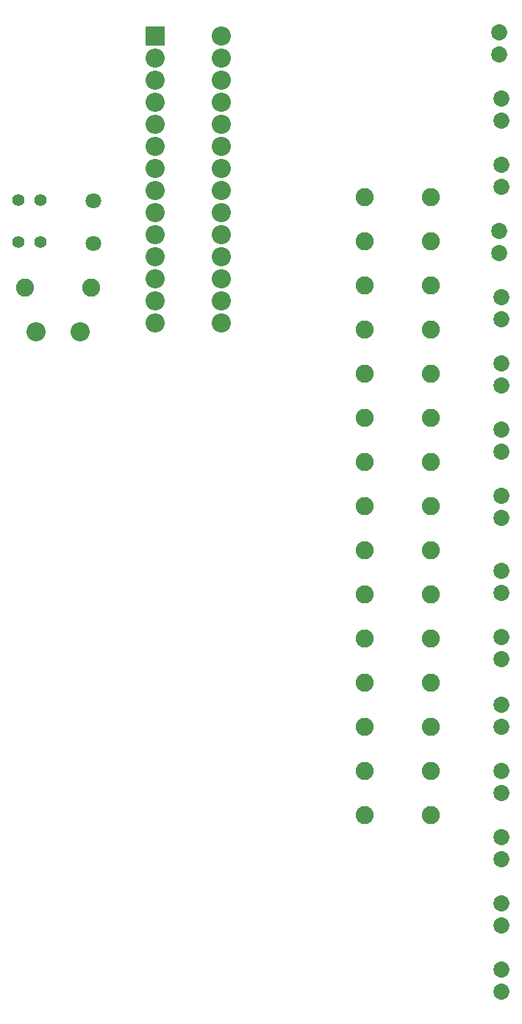
<source format=gts>
G04 ---------------------------- Layer name :TOP SOLDER LAYER*
G04 EasyEDA v5.8.20, Fri, 26 Oct 2018 20:07:39 GMT*
G04 Gerber Generator version 0.2*
G04 Scale: 100 percent, Rotated: No, Reflected: No *
G04 Dimensions in inches *
G04 leading zeros omitted , absolute positions ,2 integer and 4 decimal *
%FSLAX24Y24*%
%MOIN*%
G90*
G70D02*

%ADD21C,0.073000*%
%ADD22C,0.082000*%
%ADD23C,0.086740*%
%ADD24R,0.086740X0.086740*%
%ADD25C,0.055000*%
%ADD26C,0.070992*%

%LPD*%
G54D21*
G01X24400Y32561D03*
G01X24400Y31561D03*
G01X24400Y20161D03*
G01X24400Y19161D03*
G01X24400Y23561D03*
G01X24400Y22561D03*
G01X24400Y17161D03*
G01X24400Y16161D03*
G01X24400Y14100D03*
G01X24400Y13100D03*
G01X24400Y11100D03*
G01X24400Y10100D03*
G01X24300Y35561D03*
G01X24300Y34561D03*
G01X24400Y29561D03*
G01X24400Y28561D03*
G01X24400Y8100D03*
G01X24400Y7100D03*
G01X24400Y5100D03*
G01X24400Y4100D03*
G01X24400Y2100D03*
G01X24400Y1100D03*
G01X24300Y44561D03*
G01X24300Y43561D03*
G01X24400Y41561D03*
G01X24400Y40561D03*
G01X24400Y38561D03*
G01X24400Y37561D03*
G01X24400Y26561D03*
G01X24400Y25561D03*
G54D22*
G01X21200Y9100D03*
G01X18200Y9100D03*
G01X21200Y11100D03*
G01X18200Y11100D03*
G01X21200Y13100D03*
G01X18200Y13100D03*
G01X21200Y15100D03*
G01X18200Y15100D03*
G01X21200Y17100D03*
G01X18200Y17100D03*
G01X21200Y19100D03*
G01X18200Y19100D03*
G01X21200Y21100D03*
G01X18200Y21100D03*
G01X21200Y23100D03*
G01X18200Y23100D03*
G01X21200Y25100D03*
G01X18200Y25100D03*
G01X21200Y27100D03*
G01X18200Y27100D03*
G01X21200Y29100D03*
G01X18200Y29100D03*
G01X21200Y31100D03*
G01X18200Y31100D03*
G01X21200Y33100D03*
G01X18200Y33100D03*
G01X21200Y35100D03*
G01X18200Y35100D03*
G01X21200Y37100D03*
G01X18200Y37100D03*
G54D23*
G01X11700Y31400D03*
G01X11700Y32400D03*
G01X11700Y33400D03*
G01X11700Y34400D03*
G01X11700Y35400D03*
G01X11700Y36400D03*
G01X11700Y37400D03*
G01X11700Y38400D03*
G01X11700Y39400D03*
G01X11700Y40400D03*
G01X11700Y41400D03*
G01X11700Y42400D03*
G01X11700Y43400D03*
G01X11700Y44400D03*
G01X8700Y31400D03*
G01X8700Y32400D03*
G01X8700Y33400D03*
G01X8700Y34400D03*
G01X8700Y35400D03*
G01X8700Y36400D03*
G01X8700Y37400D03*
G01X8700Y38400D03*
G01X8700Y39400D03*
G01X8700Y40400D03*
G01X8700Y41400D03*
G01X8700Y42400D03*
G01X8700Y43400D03*
G54D24*
G01X8700Y44400D03*
G54D23*
G01X3300Y31000D03*
G01X5300Y31000D03*
G54D22*
G01X2800Y33000D03*
G01X5800Y33000D03*
G54D25*
G01X2490Y36969D03*
G01X3489Y36969D03*
G01X2490Y35069D03*
G01X3489Y35069D03*
G54D26*
G01X5900Y34999D03*
G01X5900Y36929D03*
M00*
M02*

</source>
